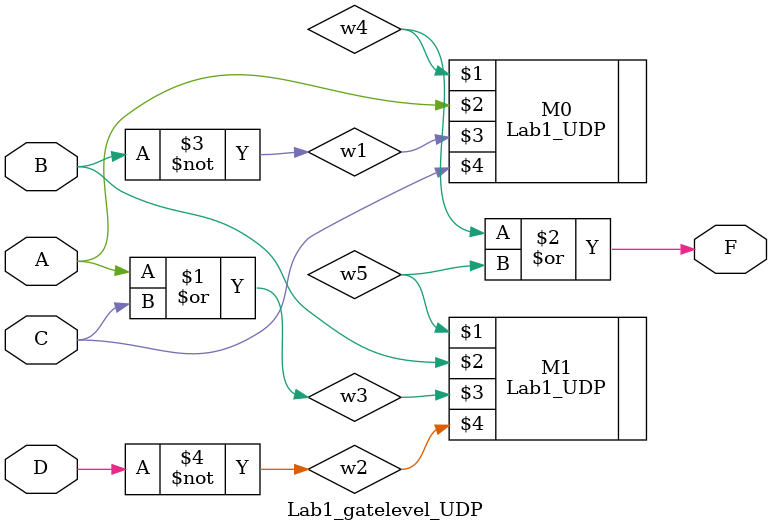
<source format=v>
module Lab1_gatelevel_UDP(F, A, B, C, D);
    output F;
    input A, B, C, D;
    wire w1, w2, w3, w4, w5;

    Lab1_UDP M0(w4, A, w1, C), M1(w5, B, w3, w2);
    not G1(w1, B), G2(w2, D);
    or G3(w3, A, C), G4(F, w4, w5);    
endmodule
</source>
